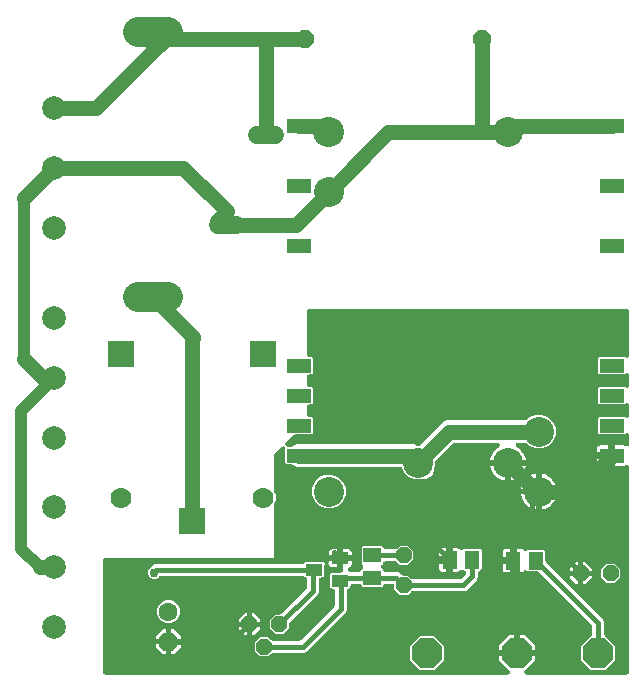
<source format=gbr>
G04 EAGLE Gerber RS-274X export*
G75*
%MOMM*%
%FSLAX34Y34*%
%LPD*%
%INTop Copper*%
%IPPOS*%
%AMOC8*
5,1,8,0,0,1.08239X$1,22.5*%
G01*
%ADD10P,1.649562X8X202.500000*%
%ADD11C,2.000000*%
%ADD12C,2.540000*%
%ADD13C,1.524000*%
%ADD14C,2.540000*%
%ADD15R,2.184400X2.184400*%
%ADD16C,1.778000*%
%ADD17R,1.400000X1.000000*%
%ADD18R,1.500000X1.300000*%
%ADD19P,2.749271X8X22.500000*%
%ADD20P,1.732040X8X292.500000*%
%ADD21C,1.600200*%
%ADD22R,1.300000X1.500000*%
%ADD23R,2.030000X1.200000*%
%ADD24P,1.429621X8X202.500000*%
%ADD25P,1.429621X8X112.500000*%
%ADD26C,0.406400*%
%ADD27C,1.270000*%
%ADD28C,0.152400*%
%ADD29C,0.756400*%
%ADD30C,1.016000*%

G36*
X426941Y10162D02*
X426941Y10162D01*
X426950Y10161D01*
X427143Y10182D01*
X427332Y10201D01*
X427341Y10203D01*
X427350Y10204D01*
X427533Y10262D01*
X427717Y10319D01*
X427725Y10323D01*
X427734Y10326D01*
X427901Y10418D01*
X428071Y10511D01*
X428078Y10516D01*
X428086Y10521D01*
X428233Y10645D01*
X428381Y10768D01*
X428386Y10775D01*
X428393Y10781D01*
X428513Y10933D01*
X428633Y11082D01*
X428637Y11090D01*
X428643Y11097D01*
X428730Y11270D01*
X428818Y11439D01*
X428821Y11448D01*
X428825Y11456D01*
X428877Y11642D01*
X428930Y11826D01*
X428931Y11835D01*
X428933Y11844D01*
X428947Y12037D01*
X428963Y12228D01*
X428962Y12236D01*
X428962Y12245D01*
X428938Y12438D01*
X428916Y12627D01*
X428913Y12636D01*
X428912Y12645D01*
X428851Y12828D01*
X428791Y13010D01*
X428787Y13018D01*
X428784Y13026D01*
X428688Y13193D01*
X428593Y13361D01*
X428587Y13368D01*
X428583Y13375D01*
X428368Y13628D01*
X419734Y22262D01*
X419734Y26036D01*
X434467Y26036D01*
X434485Y26037D01*
X434502Y26036D01*
X434685Y26057D01*
X434867Y26076D01*
X434884Y26081D01*
X434902Y26083D01*
X434980Y26108D01*
X435117Y26069D01*
X435135Y26067D01*
X435152Y26063D01*
X435483Y26036D01*
X450216Y26036D01*
X450216Y22262D01*
X441582Y13628D01*
X441576Y13621D01*
X441569Y13616D01*
X441449Y13466D01*
X441327Y13317D01*
X441323Y13309D01*
X441317Y13302D01*
X441229Y13132D01*
X441138Y12961D01*
X441136Y12952D01*
X441132Y12945D01*
X441078Y12760D01*
X441023Y12575D01*
X441023Y12566D01*
X441020Y12558D01*
X441005Y12366D01*
X440987Y12174D01*
X440988Y12165D01*
X440987Y12156D01*
X441009Y11967D01*
X441030Y11774D01*
X441033Y11765D01*
X441034Y11757D01*
X441094Y11575D01*
X441152Y11390D01*
X441156Y11382D01*
X441159Y11374D01*
X441254Y11205D01*
X441347Y11038D01*
X441353Y11031D01*
X441357Y11023D01*
X441483Y10877D01*
X441607Y10731D01*
X441614Y10725D01*
X441620Y10718D01*
X441772Y10601D01*
X441923Y10481D01*
X441931Y10477D01*
X441938Y10472D01*
X442110Y10386D01*
X442282Y10299D01*
X442291Y10296D01*
X442299Y10292D01*
X442485Y10242D01*
X442670Y10191D01*
X442679Y10190D01*
X442688Y10188D01*
X443018Y10161D01*
X527757Y10161D01*
X527774Y10162D01*
X527791Y10161D01*
X527975Y10182D01*
X528158Y10201D01*
X528174Y10206D01*
X528191Y10208D01*
X528366Y10265D01*
X528543Y10319D01*
X528558Y10327D01*
X528574Y10332D01*
X528735Y10423D01*
X528897Y10511D01*
X528910Y10522D01*
X528925Y10530D01*
X529065Y10651D01*
X529206Y10768D01*
X529217Y10782D01*
X529230Y10793D01*
X529343Y10939D01*
X529458Y11082D01*
X529466Y11097D01*
X529477Y11111D01*
X529559Y11276D01*
X529644Y11439D01*
X529648Y11456D01*
X529656Y11471D01*
X529704Y11649D01*
X529755Y11826D01*
X529756Y11844D01*
X529761Y11860D01*
X529788Y12191D01*
X529881Y185711D01*
X529866Y185857D01*
X529860Y186004D01*
X529846Y186057D01*
X529841Y186112D01*
X529798Y186252D01*
X529763Y186394D01*
X529739Y186444D01*
X529723Y186496D01*
X529653Y186626D01*
X529590Y186758D01*
X529558Y186802D01*
X529531Y186851D01*
X529438Y186963D01*
X529350Y187081D01*
X529309Y187118D01*
X529274Y187160D01*
X529160Y187252D01*
X529050Y187350D01*
X529003Y187378D01*
X528960Y187413D01*
X528830Y187480D01*
X528704Y187555D01*
X528652Y187573D01*
X528603Y187598D01*
X528462Y187639D01*
X528323Y187687D01*
X528269Y187695D01*
X528216Y187710D01*
X528070Y187722D01*
X527924Y187742D01*
X527870Y187738D01*
X527815Y187743D01*
X527669Y187726D01*
X527523Y187717D01*
X527469Y187703D01*
X527415Y187696D01*
X527276Y187651D01*
X527134Y187613D01*
X527077Y187586D01*
X527032Y187572D01*
X526959Y187530D01*
X526834Y187471D01*
X526386Y187212D01*
X525740Y187039D01*
X518254Y187039D01*
X518254Y194612D01*
X518252Y194630D01*
X518254Y194647D01*
X518233Y194830D01*
X518214Y195012D01*
X518209Y195029D01*
X518207Y195047D01*
X518150Y195222D01*
X518096Y195397D01*
X518088Y195413D01*
X518082Y195430D01*
X517998Y195579D01*
X518025Y195633D01*
X518110Y195796D01*
X518115Y195813D01*
X518123Y195829D01*
X518170Y196007D01*
X518221Y196182D01*
X518223Y196200D01*
X518227Y196217D01*
X518254Y196548D01*
X518254Y204121D01*
X525740Y204121D01*
X526386Y203948D01*
X526844Y203683D01*
X526977Y203623D01*
X527106Y203556D01*
X527160Y203540D01*
X527211Y203517D01*
X527353Y203484D01*
X527493Y203444D01*
X527549Y203440D01*
X527603Y203427D01*
X527749Y203423D01*
X527894Y203411D01*
X527950Y203418D01*
X528006Y203416D01*
X528150Y203441D01*
X528294Y203458D01*
X528347Y203475D01*
X528403Y203485D01*
X528539Y203537D01*
X528677Y203582D01*
X528726Y203610D01*
X528778Y203630D01*
X528901Y203708D01*
X529028Y203780D01*
X529070Y203817D01*
X529117Y203847D01*
X529222Y203948D01*
X529333Y204043D01*
X529367Y204087D01*
X529407Y204126D01*
X529490Y204246D01*
X529580Y204361D01*
X529605Y204411D01*
X529636Y204457D01*
X529694Y204591D01*
X529759Y204721D01*
X529774Y204775D01*
X529796Y204827D01*
X529826Y204970D01*
X529864Y205110D01*
X529869Y205174D01*
X529879Y205221D01*
X529880Y205305D01*
X529891Y205441D01*
X529895Y212409D01*
X529894Y212418D01*
X529895Y212427D01*
X529874Y212620D01*
X529855Y212809D01*
X529852Y212818D01*
X529851Y212828D01*
X529793Y213012D01*
X529737Y213194D01*
X529733Y213202D01*
X529730Y213211D01*
X529637Y213379D01*
X529546Y213548D01*
X529540Y213556D01*
X529535Y213564D01*
X529411Y213710D01*
X529288Y213858D01*
X529281Y213864D01*
X529275Y213871D01*
X529124Y213990D01*
X528974Y214110D01*
X528966Y214115D01*
X528959Y214120D01*
X528788Y214207D01*
X528617Y214296D01*
X528608Y214299D01*
X528600Y214303D01*
X528414Y214355D01*
X528230Y214407D01*
X528221Y214408D01*
X528212Y214411D01*
X528019Y214425D01*
X527829Y214441D01*
X527820Y214439D01*
X527810Y214440D01*
X527619Y214416D01*
X527429Y214394D01*
X527420Y214391D01*
X527411Y214390D01*
X527229Y214329D01*
X527046Y214269D01*
X527038Y214265D01*
X527029Y214262D01*
X526863Y214166D01*
X526696Y214072D01*
X526688Y214065D01*
X526680Y214061D01*
X526427Y213846D01*
X526037Y213455D01*
X504473Y213455D01*
X503580Y214348D01*
X503580Y227612D01*
X504473Y228505D01*
X526037Y228505D01*
X526436Y228105D01*
X526443Y228100D01*
X526448Y228093D01*
X526598Y227973D01*
X526748Y227850D01*
X526755Y227846D01*
X526762Y227841D01*
X526933Y227752D01*
X527104Y227661D01*
X527112Y227659D01*
X527119Y227655D01*
X527306Y227601D01*
X527489Y227546D01*
X527498Y227546D01*
X527506Y227543D01*
X527698Y227528D01*
X527890Y227510D01*
X527899Y227511D01*
X527907Y227510D01*
X528097Y227533D01*
X528291Y227553D01*
X528299Y227556D01*
X528307Y227557D01*
X528490Y227616D01*
X528675Y227675D01*
X528682Y227679D01*
X528690Y227682D01*
X528857Y227776D01*
X529027Y227870D01*
X529033Y227875D01*
X529041Y227879D01*
X529186Y228005D01*
X529334Y228130D01*
X529339Y228137D01*
X529345Y228142D01*
X529464Y228295D01*
X529583Y228446D01*
X529587Y228454D01*
X529592Y228460D01*
X529678Y228632D01*
X529766Y228805D01*
X529768Y228813D01*
X529772Y228821D01*
X529821Y229005D01*
X529874Y229193D01*
X529874Y229201D01*
X529877Y229209D01*
X529904Y229540D01*
X529908Y237822D01*
X529907Y237831D01*
X529908Y237841D01*
X529887Y238032D01*
X529869Y238223D01*
X529866Y238232D01*
X529865Y238241D01*
X529807Y238423D01*
X529751Y238608D01*
X529746Y238616D01*
X529743Y238625D01*
X529650Y238793D01*
X529559Y238962D01*
X529553Y238969D01*
X529548Y238977D01*
X529424Y239124D01*
X529302Y239271D01*
X529294Y239277D01*
X529288Y239284D01*
X529137Y239404D01*
X528988Y239524D01*
X528980Y239528D01*
X528972Y239534D01*
X528801Y239621D01*
X528631Y239709D01*
X528621Y239712D01*
X528613Y239716D01*
X528430Y239767D01*
X528244Y239821D01*
X528234Y239822D01*
X528225Y239824D01*
X528034Y239838D01*
X527843Y239854D01*
X527833Y239853D01*
X527824Y239854D01*
X527633Y239830D01*
X527443Y239807D01*
X527434Y239804D01*
X527424Y239803D01*
X527243Y239742D01*
X527060Y239683D01*
X527052Y239678D01*
X527043Y239675D01*
X526876Y239579D01*
X526709Y239485D01*
X526702Y239479D01*
X526694Y239474D01*
X526441Y239259D01*
X526037Y238855D01*
X504473Y238855D01*
X503580Y239748D01*
X503580Y253012D01*
X504473Y253905D01*
X526037Y253905D01*
X526450Y253491D01*
X526456Y253486D01*
X526462Y253480D01*
X526611Y253359D01*
X526761Y253236D01*
X526769Y253232D01*
X526775Y253227D01*
X526946Y253138D01*
X527117Y253048D01*
X527125Y253045D01*
X527133Y253041D01*
X527317Y252988D01*
X527503Y252933D01*
X527511Y252932D01*
X527519Y252930D01*
X527710Y252914D01*
X527904Y252897D01*
X527912Y252897D01*
X527921Y252897D01*
X528111Y252919D01*
X528304Y252940D01*
X528312Y252943D01*
X528321Y252944D01*
X528503Y253003D01*
X528688Y253061D01*
X528695Y253066D01*
X528703Y253068D01*
X528871Y253163D01*
X529040Y253256D01*
X529047Y253262D01*
X529054Y253266D01*
X529200Y253392D01*
X529347Y253517D01*
X529353Y253523D01*
X529359Y253529D01*
X529478Y253682D01*
X529597Y253833D01*
X529601Y253840D01*
X529606Y253847D01*
X529691Y254018D01*
X529779Y254192D01*
X529782Y254200D01*
X529785Y254207D01*
X529835Y254391D01*
X529887Y254580D01*
X529888Y254588D01*
X529890Y254596D01*
X529917Y254927D01*
X529922Y263236D01*
X529921Y263245D01*
X529922Y263254D01*
X529901Y263446D01*
X529882Y263636D01*
X529879Y263645D01*
X529878Y263655D01*
X529821Y263837D01*
X529764Y264021D01*
X529760Y264030D01*
X529757Y264039D01*
X529664Y264206D01*
X529573Y264375D01*
X529567Y264383D01*
X529562Y264391D01*
X529438Y264537D01*
X529315Y264685D01*
X529308Y264691D01*
X529302Y264698D01*
X529150Y264817D01*
X529001Y264937D01*
X528993Y264942D01*
X528986Y264948D01*
X528814Y265035D01*
X528644Y265123D01*
X528635Y265126D01*
X528627Y265130D01*
X528442Y265181D01*
X528257Y265235D01*
X528248Y265235D01*
X528239Y265238D01*
X528046Y265252D01*
X527856Y265268D01*
X527847Y265267D01*
X527837Y265267D01*
X527647Y265243D01*
X527456Y265221D01*
X527447Y265218D01*
X527438Y265217D01*
X527256Y265156D01*
X527073Y265096D01*
X527065Y265092D01*
X527056Y265089D01*
X526890Y264993D01*
X526723Y264899D01*
X526715Y264892D01*
X526707Y264888D01*
X526454Y264673D01*
X526037Y264255D01*
X504473Y264255D01*
X503580Y265148D01*
X503580Y278412D01*
X504473Y279305D01*
X526037Y279305D01*
X526463Y278878D01*
X526470Y278873D01*
X526475Y278866D01*
X526488Y278856D01*
X526499Y278843D01*
X526625Y278746D01*
X526626Y278745D01*
X526775Y278623D01*
X526782Y278619D01*
X526789Y278614D01*
X526808Y278604D01*
X526817Y278597D01*
X526923Y278544D01*
X526961Y278524D01*
X527131Y278434D01*
X527138Y278432D01*
X527146Y278428D01*
X527170Y278421D01*
X527177Y278417D01*
X527255Y278397D01*
X527334Y278374D01*
X527516Y278319D01*
X527525Y278319D01*
X527533Y278316D01*
X527562Y278314D01*
X527566Y278313D01*
X527807Y278293D01*
X527917Y278283D01*
X527926Y278284D01*
X527934Y278283D01*
X528124Y278305D01*
X528318Y278326D01*
X528326Y278329D01*
X528334Y278330D01*
X528516Y278389D01*
X528702Y278448D01*
X528709Y278452D01*
X528717Y278455D01*
X528886Y278550D01*
X529054Y278643D01*
X529060Y278648D01*
X529068Y278652D01*
X529215Y278780D01*
X529361Y278903D01*
X529366Y278910D01*
X529372Y278915D01*
X529491Y279068D01*
X529599Y279205D01*
X529601Y279207D01*
X529610Y279219D01*
X529614Y279227D01*
X529619Y279233D01*
X529705Y279405D01*
X529762Y279517D01*
X529786Y279564D01*
X529787Y279567D01*
X529793Y279578D01*
X529795Y279586D01*
X529799Y279594D01*
X529849Y279779D01*
X529867Y279844D01*
X529898Y279951D01*
X529898Y279956D01*
X529901Y279966D01*
X529901Y279974D01*
X529904Y279982D01*
X529931Y280313D01*
X529951Y317499D01*
X529949Y317517D01*
X529950Y317536D01*
X529929Y317717D01*
X529911Y317900D01*
X529906Y317917D01*
X529903Y317935D01*
X529847Y318110D01*
X529793Y318285D01*
X529784Y318301D01*
X529779Y318318D01*
X529689Y318478D01*
X529602Y318639D01*
X529590Y318653D01*
X529581Y318669D01*
X529461Y318807D01*
X529344Y318948D01*
X529330Y318960D01*
X529318Y318974D01*
X529173Y319086D01*
X529030Y319201D01*
X529014Y319209D01*
X528999Y319220D01*
X528836Y319302D01*
X528673Y319386D01*
X528655Y319391D01*
X528639Y319400D01*
X528462Y319447D01*
X528286Y319498D01*
X528268Y319499D01*
X528250Y319504D01*
X527919Y319531D01*
X259080Y319531D01*
X259062Y319529D01*
X259044Y319531D01*
X258862Y319510D01*
X258679Y319491D01*
X258662Y319486D01*
X258645Y319484D01*
X258470Y319427D01*
X258294Y319373D01*
X258279Y319365D01*
X258262Y319359D01*
X258102Y319269D01*
X257940Y319181D01*
X257927Y319170D01*
X257911Y319161D01*
X257772Y319041D01*
X257631Y318924D01*
X257620Y318910D01*
X257607Y318898D01*
X257494Y318753D01*
X257379Y318610D01*
X257371Y318594D01*
X257360Y318580D01*
X257278Y318415D01*
X257193Y318253D01*
X257188Y318236D01*
X257180Y318220D01*
X257133Y318041D01*
X257082Y317866D01*
X257080Y317848D01*
X257076Y317831D01*
X257049Y317500D01*
X257049Y281336D01*
X257051Y281318D01*
X257049Y281300D01*
X257070Y281118D01*
X257089Y280935D01*
X257094Y280918D01*
X257096Y280901D01*
X257153Y280726D01*
X257207Y280550D01*
X257215Y280535D01*
X257221Y280518D01*
X257312Y280357D01*
X257399Y280196D01*
X257410Y280183D01*
X257419Y280167D01*
X257539Y280028D01*
X257656Y279887D01*
X257670Y279876D01*
X257682Y279862D01*
X257827Y279750D01*
X257970Y279635D01*
X257986Y279627D01*
X258000Y279616D01*
X258165Y279534D01*
X258327Y279449D01*
X258344Y279444D01*
X258361Y279436D01*
X258539Y279389D01*
X258714Y279338D01*
X258732Y279336D01*
X258749Y279332D01*
X259080Y279305D01*
X261337Y279305D01*
X262230Y278412D01*
X262230Y265148D01*
X261337Y264255D01*
X259080Y264255D01*
X259062Y264253D01*
X259044Y264255D01*
X258862Y264234D01*
X258679Y264215D01*
X258662Y264210D01*
X258645Y264208D01*
X258470Y264151D01*
X258294Y264097D01*
X258279Y264089D01*
X258262Y264083D01*
X258102Y263993D01*
X257940Y263905D01*
X257927Y263894D01*
X257911Y263885D01*
X257772Y263765D01*
X257631Y263648D01*
X257620Y263634D01*
X257607Y263622D01*
X257494Y263477D01*
X257379Y263334D01*
X257371Y263318D01*
X257360Y263304D01*
X257278Y263139D01*
X257193Y262977D01*
X257188Y262960D01*
X257180Y262944D01*
X257133Y262765D01*
X257082Y262590D01*
X257080Y262572D01*
X257076Y262555D01*
X257049Y262224D01*
X257049Y255936D01*
X257050Y255921D01*
X257049Y255906D01*
X257049Y255904D01*
X257049Y255900D01*
X257070Y255718D01*
X257089Y255535D01*
X257094Y255518D01*
X257096Y255501D01*
X257153Y255326D01*
X257207Y255150D01*
X257215Y255135D01*
X257221Y255118D01*
X257311Y254958D01*
X257399Y254796D01*
X257410Y254783D01*
X257419Y254767D01*
X257539Y254628D01*
X257656Y254487D01*
X257670Y254476D01*
X257682Y254462D01*
X257827Y254350D01*
X257970Y254235D01*
X257986Y254227D01*
X258000Y254216D01*
X258165Y254134D01*
X258327Y254049D01*
X258344Y254044D01*
X258361Y254036D01*
X258539Y253989D01*
X258714Y253938D01*
X258732Y253936D01*
X258749Y253932D01*
X259080Y253905D01*
X261337Y253905D01*
X262230Y253012D01*
X262230Y239748D01*
X261337Y238855D01*
X259080Y238855D01*
X259062Y238853D01*
X259044Y238855D01*
X258862Y238834D01*
X258679Y238815D01*
X258662Y238810D01*
X258645Y238808D01*
X258470Y238751D01*
X258294Y238697D01*
X258279Y238689D01*
X258262Y238683D01*
X258102Y238593D01*
X257940Y238505D01*
X257927Y238494D01*
X257911Y238485D01*
X257772Y238365D01*
X257631Y238248D01*
X257620Y238234D01*
X257607Y238222D01*
X257494Y238077D01*
X257379Y237934D01*
X257371Y237918D01*
X257360Y237904D01*
X257278Y237739D01*
X257193Y237577D01*
X257188Y237560D01*
X257180Y237544D01*
X257133Y237365D01*
X257082Y237190D01*
X257080Y237172D01*
X257076Y237155D01*
X257049Y236824D01*
X257049Y230536D01*
X257051Y230518D01*
X257049Y230500D01*
X257070Y230318D01*
X257089Y230135D01*
X257094Y230118D01*
X257096Y230101D01*
X257153Y229926D01*
X257207Y229750D01*
X257215Y229735D01*
X257221Y229718D01*
X257311Y229558D01*
X257399Y229396D01*
X257410Y229383D01*
X257419Y229367D01*
X257539Y229228D01*
X257656Y229087D01*
X257670Y229076D01*
X257682Y229062D01*
X257827Y228950D01*
X257970Y228835D01*
X257986Y228827D01*
X258000Y228816D01*
X258165Y228734D01*
X258327Y228649D01*
X258344Y228644D01*
X258361Y228636D01*
X258539Y228589D01*
X258714Y228538D01*
X258732Y228536D01*
X258749Y228532D01*
X259080Y228505D01*
X261337Y228505D01*
X262230Y227612D01*
X262230Y214348D01*
X261337Y213455D01*
X246984Y213455D01*
X246957Y213453D01*
X246931Y213455D01*
X246757Y213433D01*
X246583Y213415D01*
X246558Y213408D01*
X246531Y213404D01*
X246366Y213349D01*
X246198Y213297D01*
X246175Y213284D01*
X246150Y213276D01*
X245998Y213189D01*
X245844Y213105D01*
X245824Y213088D01*
X245801Y213075D01*
X245548Y212860D01*
X239260Y206572D01*
X239254Y206565D01*
X239247Y206560D01*
X239127Y206410D01*
X239005Y206261D01*
X239000Y206253D01*
X238995Y206246D01*
X238906Y206075D01*
X238816Y205905D01*
X238813Y205897D01*
X238809Y205889D01*
X238756Y205703D01*
X238701Y205519D01*
X238700Y205510D01*
X238698Y205502D01*
X238682Y205310D01*
X238665Y205118D01*
X238666Y205109D01*
X238665Y205100D01*
X238687Y204911D01*
X238708Y204718D01*
X238711Y204709D01*
X238712Y204701D01*
X238771Y204519D01*
X238830Y204334D01*
X238834Y204326D01*
X238837Y204318D01*
X238932Y204149D01*
X239025Y203982D01*
X239030Y203975D01*
X239035Y203967D01*
X239161Y203821D01*
X239285Y203675D01*
X239292Y203669D01*
X239298Y203662D01*
X239449Y203545D01*
X239601Y203425D01*
X239609Y203421D01*
X239616Y203416D01*
X239788Y203330D01*
X239960Y203243D01*
X239968Y203240D01*
X239976Y203236D01*
X240163Y203186D01*
X240348Y203135D01*
X240357Y203134D01*
X240365Y203132D01*
X240696Y203105D01*
X243947Y203105D01*
X243973Y203107D01*
X244000Y203105D01*
X244174Y203127D01*
X244347Y203145D01*
X244373Y203152D01*
X244399Y203156D01*
X244565Y203211D01*
X244732Y203263D01*
X244756Y203276D01*
X244781Y203284D01*
X244933Y203371D01*
X245086Y203455D01*
X245107Y203472D01*
X245130Y203485D01*
X245178Y203526D01*
X248685Y204979D01*
X347310Y204979D01*
X349807Y203944D01*
X349837Y203935D01*
X349865Y203921D01*
X350029Y203877D01*
X350192Y203828D01*
X350223Y203825D01*
X350253Y203817D01*
X350584Y203790D01*
X351247Y203790D01*
X351273Y203792D01*
X351300Y203790D01*
X351474Y203812D01*
X351647Y203830D01*
X351673Y203837D01*
X351699Y203841D01*
X351865Y203896D01*
X352032Y203948D01*
X352056Y203961D01*
X352081Y203969D01*
X352233Y204056D01*
X352386Y204140D01*
X352407Y204157D01*
X352430Y204170D01*
X352683Y204385D01*
X372166Y223868D01*
X375620Y225299D01*
X441831Y225299D01*
X441857Y225301D01*
X441884Y225299D01*
X442058Y225321D01*
X442231Y225339D01*
X442257Y225346D01*
X442283Y225350D01*
X442449Y225405D01*
X442616Y225457D01*
X442640Y225470D01*
X442665Y225478D01*
X442817Y225565D01*
X442970Y225649D01*
X442991Y225666D01*
X443014Y225679D01*
X443267Y225894D01*
X445332Y227959D01*
X450560Y230125D01*
X456220Y230125D01*
X461448Y227959D01*
X465449Y223958D01*
X467615Y218730D01*
X467615Y213070D01*
X465449Y207842D01*
X461448Y203841D01*
X456220Y201675D01*
X450560Y201675D01*
X445332Y203841D01*
X443267Y205906D01*
X443246Y205923D01*
X443229Y205944D01*
X443091Y206051D01*
X442955Y206161D01*
X442932Y206174D01*
X442911Y206190D01*
X442754Y206268D01*
X442600Y206350D01*
X442574Y206358D01*
X442550Y206370D01*
X442381Y206415D01*
X442214Y206465D01*
X442187Y206467D01*
X442161Y206474D01*
X441831Y206501D01*
X435883Y206501D01*
X435810Y206494D01*
X435737Y206496D01*
X435610Y206474D01*
X435482Y206461D01*
X435412Y206440D01*
X435340Y206427D01*
X435220Y206381D01*
X435097Y206343D01*
X435033Y206308D01*
X434964Y206282D01*
X434856Y206213D01*
X434743Y206151D01*
X434687Y206105D01*
X434625Y206065D01*
X434533Y205976D01*
X434434Y205894D01*
X434388Y205837D01*
X434335Y205786D01*
X434262Y205680D01*
X434182Y205580D01*
X434148Y205515D01*
X434106Y205455D01*
X434055Y205337D01*
X433996Y205223D01*
X433976Y205152D01*
X433947Y205085D01*
X433920Y204959D01*
X433885Y204836D01*
X433879Y204763D01*
X433864Y204691D01*
X433862Y204563D01*
X433852Y204434D01*
X433860Y204362D01*
X433860Y204288D01*
X433884Y204162D01*
X433899Y204035D01*
X433921Y203965D01*
X433935Y203893D01*
X433984Y203774D01*
X434024Y203652D01*
X434060Y203588D01*
X434087Y203520D01*
X434158Y203413D01*
X434221Y203301D01*
X434269Y203246D01*
X434310Y203185D01*
X434401Y203094D01*
X434485Y202997D01*
X434542Y202952D01*
X434594Y202900D01*
X434734Y202803D01*
X434803Y202750D01*
X434832Y202735D01*
X434867Y202711D01*
X435640Y202264D01*
X437226Y201048D01*
X438638Y199636D01*
X439854Y198050D01*
X440853Y196320D01*
X441618Y194475D01*
X442135Y192545D01*
X442198Y192064D01*
X427623Y192064D01*
X427605Y192062D01*
X427588Y192064D01*
X427405Y192043D01*
X427223Y192024D01*
X427206Y192019D01*
X427188Y192017D01*
X427147Y192004D01*
X427053Y192031D01*
X427035Y192033D01*
X427018Y192037D01*
X426687Y192064D01*
X412112Y192064D01*
X412175Y192545D01*
X412692Y194475D01*
X413457Y196320D01*
X414456Y198050D01*
X415672Y199636D01*
X417084Y201048D01*
X418670Y202264D01*
X419443Y202711D01*
X419502Y202754D01*
X419567Y202789D01*
X419666Y202871D01*
X419770Y202946D01*
X419820Y202999D01*
X419876Y203046D01*
X419957Y203146D01*
X420044Y203241D01*
X420083Y203303D01*
X420128Y203360D01*
X420188Y203474D01*
X420255Y203584D01*
X420280Y203653D01*
X420314Y203717D01*
X420349Y203841D01*
X420394Y203961D01*
X420405Y204034D01*
X420425Y204104D01*
X420436Y204232D01*
X420456Y204359D01*
X420452Y204432D01*
X420458Y204506D01*
X420443Y204633D01*
X420438Y204762D01*
X420420Y204833D01*
X420411Y204905D01*
X420371Y205028D01*
X420341Y205152D01*
X420309Y205219D01*
X420286Y205288D01*
X420223Y205400D01*
X420168Y205516D01*
X420125Y205575D01*
X420089Y205639D01*
X420005Y205736D01*
X419928Y205839D01*
X419873Y205888D01*
X419825Y205944D01*
X419724Y206022D01*
X419628Y206108D01*
X419565Y206145D01*
X419507Y206190D01*
X419392Y206248D01*
X419282Y206313D01*
X419212Y206337D01*
X419147Y206370D01*
X419023Y206403D01*
X418901Y206445D01*
X418829Y206455D01*
X418758Y206474D01*
X418589Y206488D01*
X418502Y206500D01*
X418470Y206498D01*
X418427Y206501D01*
X382224Y206501D01*
X382198Y206499D01*
X382171Y206501D01*
X381997Y206479D01*
X381824Y206461D01*
X381798Y206454D01*
X381772Y206450D01*
X381606Y206395D01*
X381439Y206343D01*
X381415Y206330D01*
X381390Y206322D01*
X381238Y206235D01*
X381085Y206151D01*
X381064Y206134D01*
X381041Y206121D01*
X380788Y205906D01*
X365975Y191093D01*
X365958Y191072D01*
X365937Y191055D01*
X365830Y190917D01*
X365720Y190781D01*
X365707Y190758D01*
X365691Y190737D01*
X365613Y190580D01*
X365531Y190426D01*
X365523Y190400D01*
X365511Y190376D01*
X365466Y190207D01*
X365416Y190040D01*
X365414Y190013D01*
X365407Y189987D01*
X365380Y189657D01*
X365380Y186736D01*
X365153Y186189D01*
X365144Y186159D01*
X365130Y186131D01*
X365086Y185966D01*
X365037Y185804D01*
X365034Y185773D01*
X365026Y185742D01*
X364999Y185412D01*
X364999Y183550D01*
X363568Y180096D01*
X360924Y177452D01*
X357470Y176021D01*
X356033Y176021D01*
X356002Y176018D01*
X355970Y176020D01*
X355801Y175998D01*
X355632Y175981D01*
X355602Y175972D01*
X355571Y175968D01*
X355255Y175867D01*
X353985Y175340D01*
X348325Y175340D01*
X343097Y177506D01*
X339096Y181507D01*
X337679Y184927D01*
X337669Y184947D01*
X337662Y184968D01*
X337574Y185124D01*
X337489Y185282D01*
X337475Y185299D01*
X337464Y185319D01*
X337347Y185454D01*
X337233Y185593D01*
X337215Y185607D01*
X337201Y185624D01*
X337059Y185733D01*
X336920Y185846D01*
X336900Y185857D01*
X336883Y185870D01*
X336722Y185950D01*
X336563Y186033D01*
X336542Y186040D01*
X336522Y186050D01*
X336348Y186096D01*
X336177Y186146D01*
X336155Y186148D01*
X336133Y186154D01*
X335803Y186181D01*
X248685Y186181D01*
X245163Y187640D01*
X245071Y187715D01*
X245048Y187728D01*
X245027Y187744D01*
X244870Y187822D01*
X244716Y187904D01*
X244690Y187912D01*
X244666Y187924D01*
X244497Y187969D01*
X244330Y188019D01*
X244303Y188021D01*
X244277Y188028D01*
X243947Y188055D01*
X239773Y188055D01*
X238880Y188948D01*
X238880Y201289D01*
X238879Y201298D01*
X238880Y201307D01*
X238859Y201500D01*
X238840Y201690D01*
X238838Y201698D01*
X238837Y201707D01*
X238778Y201892D01*
X238722Y202075D01*
X238718Y202082D01*
X238715Y202091D01*
X238622Y202259D01*
X238530Y202429D01*
X238525Y202435D01*
X238520Y202443D01*
X238396Y202590D01*
X238273Y202738D01*
X238266Y202743D01*
X238260Y202750D01*
X238108Y202870D01*
X237959Y202990D01*
X237951Y202994D01*
X237944Y203000D01*
X237771Y203088D01*
X237602Y203176D01*
X237593Y203178D01*
X237585Y203182D01*
X237399Y203234D01*
X237215Y203287D01*
X237206Y203288D01*
X237197Y203290D01*
X237004Y203304D01*
X236813Y203320D01*
X236805Y203319D01*
X236796Y203320D01*
X236603Y203295D01*
X236414Y203273D01*
X236405Y203270D01*
X236396Y203269D01*
X236214Y203208D01*
X236031Y203148D01*
X236023Y203144D01*
X236015Y203141D01*
X235848Y203045D01*
X235680Y202950D01*
X235673Y202945D01*
X235666Y202940D01*
X235413Y202725D01*
X229704Y197016D01*
X229687Y196996D01*
X229667Y196978D01*
X229559Y196840D01*
X229449Y196705D01*
X229436Y196681D01*
X229420Y196660D01*
X229342Y196503D01*
X229260Y196349D01*
X229252Y196324D01*
X229240Y196300D01*
X229195Y196130D01*
X229145Y195963D01*
X229143Y195937D01*
X229136Y195911D01*
X229109Y195580D01*
X229109Y165497D01*
X229112Y165466D01*
X229110Y165435D01*
X229132Y165265D01*
X229149Y165096D01*
X229158Y165066D01*
X229162Y165035D01*
X229263Y164720D01*
X230435Y161892D01*
X230435Y157748D01*
X229263Y154920D01*
X229254Y154891D01*
X229240Y154863D01*
X229196Y154698D01*
X229147Y154535D01*
X229144Y154504D01*
X229136Y154474D01*
X229109Y154143D01*
X229109Y108711D01*
X86360Y108711D01*
X86342Y108709D01*
X86324Y108711D01*
X86142Y108690D01*
X85959Y108671D01*
X85942Y108666D01*
X85925Y108664D01*
X85750Y108607D01*
X85574Y108553D01*
X85559Y108545D01*
X85542Y108539D01*
X85382Y108449D01*
X85220Y108361D01*
X85207Y108350D01*
X85191Y108341D01*
X85052Y108221D01*
X84911Y108104D01*
X84900Y108090D01*
X84887Y108078D01*
X84774Y107933D01*
X84659Y107790D01*
X84651Y107774D01*
X84640Y107760D01*
X84558Y107595D01*
X84473Y107433D01*
X84468Y107416D01*
X84460Y107400D01*
X84413Y107221D01*
X84362Y107046D01*
X84360Y107028D01*
X84356Y107011D01*
X84329Y106680D01*
X84329Y12192D01*
X84331Y12174D01*
X84329Y12156D01*
X84350Y11974D01*
X84369Y11791D01*
X84374Y11774D01*
X84376Y11757D01*
X84433Y11582D01*
X84487Y11406D01*
X84495Y11391D01*
X84501Y11374D01*
X84591Y11214D01*
X84679Y11052D01*
X84690Y11039D01*
X84699Y11023D01*
X84819Y10884D01*
X84936Y10743D01*
X84950Y10732D01*
X84962Y10718D01*
X85107Y10606D01*
X85250Y10491D01*
X85266Y10483D01*
X85280Y10472D01*
X85445Y10390D01*
X85607Y10305D01*
X85624Y10300D01*
X85641Y10292D01*
X85819Y10245D01*
X85994Y10194D01*
X86012Y10192D01*
X86029Y10188D01*
X86360Y10161D01*
X426932Y10161D01*
X426941Y10162D01*
G37*
%LPC*%
G36*
X217613Y25526D02*
X217613Y25526D01*
X212851Y30288D01*
X212851Y37022D01*
X217613Y41784D01*
X224347Y41784D01*
X226800Y39331D01*
X226821Y39314D01*
X226838Y39293D01*
X226976Y39186D01*
X227112Y39076D01*
X227135Y39063D01*
X227156Y39047D01*
X227313Y38969D01*
X227467Y38887D01*
X227493Y38879D01*
X227517Y38867D01*
X227686Y38822D01*
X227853Y38772D01*
X227880Y38770D01*
X227906Y38763D01*
X228236Y38736D01*
X250419Y38736D01*
X250446Y38738D01*
X250472Y38736D01*
X250646Y38758D01*
X250820Y38776D01*
X250845Y38783D01*
X250872Y38787D01*
X251038Y38842D01*
X251205Y38894D01*
X251228Y38907D01*
X251254Y38915D01*
X251405Y39002D01*
X251559Y39086D01*
X251579Y39103D01*
X251602Y39116D01*
X251855Y39331D01*
X280074Y67550D01*
X280091Y67570D01*
X280112Y67588D01*
X280219Y67726D01*
X280329Y67861D01*
X280342Y67885D01*
X280358Y67906D01*
X280436Y68063D01*
X280518Y68217D01*
X280526Y68242D01*
X280538Y68266D01*
X280583Y68436D01*
X280633Y68603D01*
X280635Y68629D01*
X280642Y68655D01*
X280669Y68986D01*
X280669Y81004D01*
X280667Y81022D01*
X280669Y81040D01*
X280648Y81222D01*
X280629Y81405D01*
X280624Y81422D01*
X280622Y81439D01*
X280565Y81614D01*
X280511Y81790D01*
X280503Y81805D01*
X280497Y81822D01*
X280407Y81982D01*
X280319Y82144D01*
X280308Y82157D01*
X280299Y82173D01*
X280179Y82312D01*
X280062Y82453D01*
X280048Y82464D01*
X280036Y82478D01*
X279891Y82590D01*
X279748Y82705D01*
X279732Y82713D01*
X279718Y82724D01*
X279553Y82806D01*
X279391Y82891D01*
X279374Y82896D01*
X279358Y82904D01*
X279179Y82951D01*
X279004Y83002D01*
X278986Y83004D01*
X278969Y83008D01*
X278638Y83035D01*
X277688Y83035D01*
X276795Y83928D01*
X276795Y95192D01*
X277688Y96085D01*
X283818Y96085D01*
X283845Y96087D01*
X283871Y96085D01*
X284045Y96107D01*
X284219Y96125D01*
X284244Y96132D01*
X284271Y96136D01*
X284437Y96191D01*
X284604Y96243D01*
X284627Y96256D01*
X284653Y96264D01*
X284694Y96288D01*
X286682Y97111D01*
X286686Y97113D01*
X286690Y97115D01*
X286862Y97208D01*
X287037Y97302D01*
X287040Y97304D01*
X287044Y97307D01*
X287193Y97431D01*
X287347Y97558D01*
X287350Y97561D01*
X287353Y97564D01*
X287476Y97717D01*
X287601Y97871D01*
X287603Y97875D01*
X287606Y97878D01*
X287695Y98050D01*
X287788Y98227D01*
X287789Y98231D01*
X287791Y98235D01*
X287845Y98422D01*
X287901Y98614D01*
X287901Y98618D01*
X287903Y98622D01*
X287919Y98817D01*
X287936Y99015D01*
X287935Y99019D01*
X287936Y99024D01*
X287913Y99218D01*
X287891Y99415D01*
X287889Y99419D01*
X287889Y99423D01*
X287828Y99609D01*
X287819Y99637D01*
X287819Y106061D01*
X294861Y106061D01*
X294861Y103225D01*
X294688Y102579D01*
X294353Y102000D01*
X293880Y101527D01*
X293301Y101192D01*
X293232Y101174D01*
X293104Y101126D01*
X292972Y101085D01*
X292916Y101055D01*
X292855Y101032D01*
X292739Y100959D01*
X292618Y100893D01*
X292569Y100852D01*
X292514Y100818D01*
X292414Y100724D01*
X292309Y100636D01*
X292269Y100586D01*
X292222Y100541D01*
X292143Y100429D01*
X292057Y100322D01*
X292027Y100265D01*
X291990Y100212D01*
X291934Y100086D01*
X291871Y99965D01*
X291853Y99903D01*
X291827Y99844D01*
X291798Y99710D01*
X291760Y99578D01*
X291754Y99514D01*
X291741Y99451D01*
X291738Y99313D01*
X291727Y99176D01*
X291734Y99113D01*
X291733Y99048D01*
X291758Y98913D01*
X291774Y98777D01*
X291794Y98715D01*
X291805Y98652D01*
X291856Y98525D01*
X291899Y98394D01*
X291930Y98338D01*
X291954Y98278D01*
X292029Y98163D01*
X292096Y98043D01*
X292139Y97994D01*
X292174Y97941D01*
X292270Y97842D01*
X292360Y97738D01*
X292410Y97699D01*
X292455Y97653D01*
X292569Y97576D01*
X292678Y97492D01*
X292735Y97463D01*
X292789Y97427D01*
X292915Y97374D01*
X293038Y97312D01*
X293100Y97296D01*
X293160Y97271D01*
X293294Y97244D01*
X293427Y97208D01*
X293501Y97202D01*
X293554Y97191D01*
X293634Y97191D01*
X293758Y97181D01*
X301364Y97181D01*
X301382Y97183D01*
X301400Y97181D01*
X301582Y97202D01*
X301765Y97221D01*
X301782Y97226D01*
X301799Y97228D01*
X301974Y97285D01*
X302150Y97339D01*
X302165Y97347D01*
X302182Y97353D01*
X302342Y97443D01*
X302504Y97531D01*
X302517Y97542D01*
X302533Y97551D01*
X302672Y97671D01*
X302813Y97788D01*
X302824Y97802D01*
X302838Y97814D01*
X302950Y97959D01*
X303065Y98102D01*
X303073Y98118D01*
X303084Y98132D01*
X303166Y98297D01*
X303251Y98459D01*
X303256Y98476D01*
X303264Y98492D01*
X303311Y98671D01*
X303362Y98846D01*
X303364Y98864D01*
X303368Y98881D01*
X303395Y99212D01*
X303395Y99232D01*
X304327Y100164D01*
X304339Y100177D01*
X304352Y100189D01*
X304467Y100334D01*
X304582Y100475D01*
X304591Y100491D01*
X304602Y100505D01*
X304685Y100669D01*
X304771Y100831D01*
X304776Y100848D01*
X304784Y100864D01*
X304834Y101041D01*
X304886Y101217D01*
X304887Y101235D01*
X304892Y101252D01*
X304906Y101435D01*
X304922Y101618D01*
X304920Y101636D01*
X304922Y101653D01*
X304899Y101835D01*
X304879Y102018D01*
X304873Y102035D01*
X304871Y102053D01*
X304813Y102226D01*
X304757Y102402D01*
X304749Y102418D01*
X304743Y102434D01*
X304652Y102593D01*
X304563Y102754D01*
X304551Y102768D01*
X304542Y102783D01*
X304327Y103036D01*
X303395Y103968D01*
X303395Y118232D01*
X304288Y119125D01*
X320552Y119125D01*
X321445Y118232D01*
X321445Y118212D01*
X321447Y118194D01*
X321445Y118176D01*
X321466Y117994D01*
X321485Y117811D01*
X321490Y117794D01*
X321492Y117777D01*
X321549Y117602D01*
X321603Y117426D01*
X321611Y117411D01*
X321617Y117394D01*
X321707Y117234D01*
X321795Y117072D01*
X321806Y117059D01*
X321815Y117043D01*
X321935Y116904D01*
X322052Y116763D01*
X322066Y116752D01*
X322078Y116738D01*
X322223Y116626D01*
X322366Y116511D01*
X322382Y116503D01*
X322396Y116492D01*
X322561Y116410D01*
X322723Y116325D01*
X322740Y116320D01*
X322756Y116312D01*
X322935Y116265D01*
X323110Y116214D01*
X323128Y116212D01*
X323145Y116208D01*
X323476Y116181D01*
X331809Y116181D01*
X331835Y116183D01*
X331862Y116181D01*
X332036Y116203D01*
X332209Y116221D01*
X332235Y116228D01*
X332261Y116232D01*
X332427Y116288D01*
X332594Y116339D01*
X332618Y116352D01*
X332643Y116360D01*
X332795Y116447D01*
X332948Y116531D01*
X332969Y116548D01*
X332992Y116561D01*
X333245Y116776D01*
X335723Y119254D01*
X342457Y119254D01*
X347219Y114492D01*
X347219Y107758D01*
X342457Y102996D01*
X335723Y102996D01*
X333295Y105424D01*
X333274Y105441D01*
X333257Y105462D01*
X333119Y105569D01*
X332983Y105679D01*
X332960Y105692D01*
X332939Y105708D01*
X332782Y105786D01*
X332628Y105868D01*
X332602Y105876D01*
X332578Y105888D01*
X332409Y105933D01*
X332242Y105983D01*
X332215Y105985D01*
X332189Y105992D01*
X331859Y106019D01*
X323476Y106019D01*
X323458Y106017D01*
X323440Y106019D01*
X323258Y105998D01*
X323075Y105979D01*
X323058Y105974D01*
X323041Y105972D01*
X322866Y105915D01*
X322690Y105861D01*
X322675Y105853D01*
X322658Y105847D01*
X322498Y105757D01*
X322336Y105669D01*
X322323Y105658D01*
X322307Y105649D01*
X322168Y105529D01*
X322027Y105412D01*
X322016Y105398D01*
X322002Y105386D01*
X321890Y105241D01*
X321775Y105098D01*
X321767Y105082D01*
X321756Y105068D01*
X321674Y104903D01*
X321589Y104741D01*
X321584Y104724D01*
X321576Y104708D01*
X321529Y104529D01*
X321478Y104354D01*
X321476Y104336D01*
X321472Y104319D01*
X321445Y103988D01*
X321445Y103968D01*
X320513Y103036D01*
X320501Y103022D01*
X320488Y103011D01*
X320374Y102867D01*
X320258Y102725D01*
X320249Y102709D01*
X320238Y102695D01*
X320155Y102531D01*
X320069Y102369D01*
X320064Y102352D01*
X320056Y102336D01*
X320006Y102159D01*
X319954Y101983D01*
X319953Y101965D01*
X319948Y101948D01*
X319934Y101765D01*
X319918Y101582D01*
X319920Y101564D01*
X319918Y101547D01*
X319941Y101365D01*
X319961Y101182D01*
X319967Y101165D01*
X319969Y101147D01*
X320027Y100973D01*
X320083Y100798D01*
X320091Y100782D01*
X320097Y100766D01*
X320189Y100607D01*
X320277Y100446D01*
X320289Y100432D01*
X320298Y100417D01*
X320513Y100164D01*
X321445Y99232D01*
X321445Y99212D01*
X321447Y99194D01*
X321445Y99176D01*
X321466Y98994D01*
X321485Y98811D01*
X321490Y98794D01*
X321492Y98777D01*
X321549Y98602D01*
X321603Y98426D01*
X321611Y98411D01*
X321617Y98394D01*
X321707Y98234D01*
X321795Y98072D01*
X321806Y98059D01*
X321815Y98043D01*
X321935Y97904D01*
X322052Y97763D01*
X322066Y97752D01*
X322078Y97738D01*
X322223Y97626D01*
X322366Y97511D01*
X322382Y97503D01*
X322396Y97492D01*
X322561Y97410D01*
X322723Y97325D01*
X322740Y97320D01*
X322756Y97312D01*
X322935Y97265D01*
X323110Y97214D01*
X323128Y97212D01*
X323145Y97208D01*
X323476Y97181D01*
X333726Y97181D01*
X335593Y96407D01*
X337552Y94449D01*
X337572Y94432D01*
X337590Y94411D01*
X337728Y94304D01*
X337863Y94194D01*
X337887Y94181D01*
X337908Y94165D01*
X338064Y94087D01*
X338219Y94005D01*
X338244Y93997D01*
X338268Y93985D01*
X338437Y93940D01*
X338605Y93890D01*
X338631Y93888D01*
X338657Y93881D01*
X338988Y93854D01*
X342457Y93854D01*
X344910Y91401D01*
X344931Y91384D01*
X344948Y91363D01*
X345086Y91256D01*
X345222Y91146D01*
X345245Y91133D01*
X345266Y91117D01*
X345423Y91039D01*
X345577Y90957D01*
X345603Y90949D01*
X345627Y90937D01*
X345796Y90892D01*
X345963Y90842D01*
X345990Y90840D01*
X346016Y90833D01*
X346346Y90806D01*
X386309Y90806D01*
X386336Y90808D01*
X386362Y90806D01*
X386536Y90828D01*
X386710Y90846D01*
X386735Y90853D01*
X386762Y90857D01*
X386927Y90912D01*
X387095Y90964D01*
X387118Y90977D01*
X387144Y90985D01*
X387295Y91072D01*
X387449Y91156D01*
X387469Y91173D01*
X387492Y91186D01*
X387745Y91401D01*
X391167Y94823D01*
X391173Y94830D01*
X391180Y94835D01*
X391300Y94985D01*
X391423Y95134D01*
X391427Y95142D01*
X391432Y95149D01*
X391521Y95319D01*
X391611Y95490D01*
X391614Y95499D01*
X391618Y95506D01*
X391671Y95691D01*
X391726Y95876D01*
X391727Y95885D01*
X391729Y95893D01*
X391745Y96082D01*
X391762Y96277D01*
X391761Y96286D01*
X391762Y96295D01*
X391740Y96483D01*
X391719Y96677D01*
X391716Y96686D01*
X391715Y96694D01*
X391656Y96876D01*
X391597Y97061D01*
X391593Y97069D01*
X391590Y97077D01*
X391495Y97246D01*
X391403Y97413D01*
X391397Y97420D01*
X391392Y97428D01*
X391267Y97573D01*
X391142Y97720D01*
X391135Y97726D01*
X391129Y97733D01*
X390978Y97850D01*
X390826Y97970D01*
X390818Y97974D01*
X390811Y97979D01*
X390639Y98065D01*
X390467Y98152D01*
X390459Y98155D01*
X390451Y98159D01*
X390265Y98209D01*
X390079Y98260D01*
X390070Y98261D01*
X390062Y98263D01*
X389731Y98290D01*
X389718Y98290D01*
X389489Y98520D01*
X389425Y98572D01*
X389368Y98631D01*
X389270Y98699D01*
X389177Y98775D01*
X389105Y98814D01*
X389037Y98860D01*
X388927Y98908D01*
X388821Y98964D01*
X388743Y98987D01*
X388667Y99020D01*
X388550Y99044D01*
X388436Y99078D01*
X388353Y99086D01*
X388273Y99103D01*
X388154Y99104D01*
X388035Y99115D01*
X387953Y99106D01*
X387870Y99107D01*
X387753Y99084D01*
X387634Y99071D01*
X387556Y99047D01*
X387475Y99031D01*
X387364Y98986D01*
X387250Y98950D01*
X387178Y98910D01*
X387102Y98879D01*
X387003Y98813D01*
X386898Y98755D01*
X386835Y98702D01*
X386767Y98656D01*
X386682Y98572D01*
X386591Y98495D01*
X386540Y98430D01*
X386482Y98372D01*
X386441Y98313D01*
X385910Y97782D01*
X385331Y97447D01*
X384685Y97274D01*
X381099Y97274D01*
X381099Y106097D01*
X381097Y106115D01*
X381099Y106132D01*
X381078Y106314D01*
X381059Y106497D01*
X381054Y106514D01*
X381052Y106532D01*
X380995Y106706D01*
X380941Y106882D01*
X380933Y106898D01*
X380927Y106915D01*
X380837Y107075D01*
X380749Y107236D01*
X380738Y107250D01*
X380729Y107266D01*
X380684Y107318D01*
X380769Y107423D01*
X380777Y107439D01*
X380788Y107453D01*
X380870Y107618D01*
X380955Y107781D01*
X380960Y107798D01*
X380968Y107814D01*
X381015Y107992D01*
X381066Y108167D01*
X381068Y108185D01*
X381072Y108202D01*
X381099Y108533D01*
X381099Y117356D01*
X384685Y117356D01*
X385331Y117183D01*
X385910Y116848D01*
X386461Y116297D01*
X386528Y116204D01*
X386588Y116148D01*
X386641Y116085D01*
X386735Y116011D01*
X386823Y115930D01*
X386893Y115887D01*
X386957Y115835D01*
X387064Y115781D01*
X387166Y115719D01*
X387243Y115690D01*
X387316Y115653D01*
X387432Y115621D01*
X387543Y115580D01*
X387625Y115567D01*
X387704Y115545D01*
X387823Y115536D01*
X387941Y115518D01*
X388024Y115522D01*
X388106Y115516D01*
X388224Y115531D01*
X388344Y115536D01*
X388423Y115556D01*
X388505Y115566D01*
X388618Y115604D01*
X388734Y115633D01*
X388809Y115668D01*
X388887Y115694D01*
X388990Y115754D01*
X389098Y115805D01*
X389164Y115854D01*
X389236Y115895D01*
X389352Y115994D01*
X389421Y116046D01*
X389448Y116076D01*
X389489Y116110D01*
X389718Y116340D01*
X403982Y116340D01*
X404875Y115447D01*
X404875Y99183D01*
X403981Y98290D01*
X403969Y98288D01*
X403951Y98290D01*
X403769Y98269D01*
X403586Y98250D01*
X403569Y98245D01*
X403552Y98243D01*
X403377Y98186D01*
X403201Y98132D01*
X403186Y98124D01*
X403169Y98118D01*
X403009Y98028D01*
X402847Y97940D01*
X402834Y97929D01*
X402818Y97920D01*
X402679Y97800D01*
X402538Y97683D01*
X402527Y97669D01*
X402513Y97657D01*
X402401Y97512D01*
X402286Y97369D01*
X402278Y97353D01*
X402267Y97339D01*
X402185Y97174D01*
X402100Y97012D01*
X402095Y96995D01*
X402087Y96979D01*
X402040Y96800D01*
X401989Y96625D01*
X401987Y96607D01*
X401983Y96590D01*
X401956Y96259D01*
X401956Y92334D01*
X401182Y90467D01*
X392133Y81418D01*
X391357Y81096D01*
X390266Y80644D01*
X346346Y80644D01*
X346320Y80642D01*
X346293Y80644D01*
X346119Y80622D01*
X345946Y80604D01*
X345920Y80597D01*
X345894Y80593D01*
X345728Y80538D01*
X345561Y80486D01*
X345537Y80473D01*
X345512Y80465D01*
X345360Y80378D01*
X345207Y80294D01*
X345186Y80277D01*
X345163Y80264D01*
X344910Y80049D01*
X342457Y77596D01*
X335723Y77596D01*
X330961Y82358D01*
X330961Y84988D01*
X330959Y85006D01*
X330961Y85024D01*
X330940Y85206D01*
X330921Y85389D01*
X330916Y85406D01*
X330914Y85423D01*
X330857Y85598D01*
X330803Y85774D01*
X330795Y85789D01*
X330789Y85806D01*
X330699Y85966D01*
X330611Y86128D01*
X330600Y86141D01*
X330591Y86157D01*
X330471Y86296D01*
X330354Y86437D01*
X330340Y86448D01*
X330328Y86462D01*
X330183Y86574D01*
X330040Y86689D01*
X330024Y86697D01*
X330010Y86708D01*
X329845Y86790D01*
X329683Y86875D01*
X329666Y86880D01*
X329650Y86888D01*
X329471Y86935D01*
X329296Y86986D01*
X329278Y86988D01*
X329261Y86992D01*
X328930Y87019D01*
X323476Y87019D01*
X323458Y87017D01*
X323440Y87019D01*
X323258Y86998D01*
X323075Y86979D01*
X323058Y86974D01*
X323041Y86972D01*
X322866Y86915D01*
X322690Y86861D01*
X322675Y86853D01*
X322658Y86847D01*
X322498Y86757D01*
X322336Y86669D01*
X322323Y86658D01*
X322307Y86649D01*
X322168Y86529D01*
X322027Y86412D01*
X322016Y86398D01*
X322002Y86386D01*
X321890Y86241D01*
X321775Y86098D01*
X321767Y86082D01*
X321756Y86068D01*
X321674Y85903D01*
X321589Y85741D01*
X321584Y85724D01*
X321576Y85708D01*
X321529Y85529D01*
X321478Y85354D01*
X321476Y85336D01*
X321472Y85319D01*
X321445Y84988D01*
X321445Y84968D01*
X320552Y84075D01*
X304288Y84075D01*
X303395Y84968D01*
X303395Y84988D01*
X303393Y85006D01*
X303395Y85024D01*
X303374Y85206D01*
X303355Y85389D01*
X303350Y85406D01*
X303348Y85423D01*
X303291Y85598D01*
X303237Y85774D01*
X303229Y85789D01*
X303223Y85806D01*
X303133Y85966D01*
X303045Y86128D01*
X303034Y86141D01*
X303025Y86157D01*
X302905Y86296D01*
X302788Y86437D01*
X302774Y86448D01*
X302762Y86462D01*
X302617Y86574D01*
X302474Y86689D01*
X302458Y86697D01*
X302444Y86708D01*
X302279Y86790D01*
X302117Y86875D01*
X302100Y86880D01*
X302084Y86888D01*
X301905Y86935D01*
X301730Y86986D01*
X301712Y86988D01*
X301695Y86992D01*
X301364Y87019D01*
X295876Y87019D01*
X295858Y87017D01*
X295840Y87019D01*
X295658Y86998D01*
X295475Y86979D01*
X295458Y86974D01*
X295441Y86972D01*
X295266Y86915D01*
X295090Y86861D01*
X295075Y86853D01*
X295058Y86847D01*
X294898Y86757D01*
X294736Y86669D01*
X294723Y86658D01*
X294707Y86649D01*
X294568Y86529D01*
X294427Y86412D01*
X294416Y86398D01*
X294402Y86386D01*
X294290Y86241D01*
X294175Y86098D01*
X294167Y86082D01*
X294156Y86068D01*
X294074Y85903D01*
X293989Y85741D01*
X293984Y85724D01*
X293976Y85708D01*
X293929Y85529D01*
X293878Y85354D01*
X293876Y85336D01*
X293872Y85319D01*
X293845Y84988D01*
X293845Y83928D01*
X292952Y83035D01*
X292862Y83035D01*
X292844Y83033D01*
X292826Y83035D01*
X292644Y83014D01*
X292461Y82995D01*
X292444Y82990D01*
X292427Y82988D01*
X292252Y82931D01*
X292076Y82877D01*
X292061Y82869D01*
X292044Y82863D01*
X291884Y82773D01*
X291722Y82685D01*
X291709Y82674D01*
X291693Y82665D01*
X291554Y82545D01*
X291413Y82428D01*
X291402Y82414D01*
X291388Y82402D01*
X291276Y82257D01*
X291161Y82114D01*
X291153Y82098D01*
X291142Y82084D01*
X291060Y81919D01*
X290975Y81757D01*
X290970Y81740D01*
X290962Y81724D01*
X290915Y81545D01*
X290864Y81370D01*
X290862Y81352D01*
X290858Y81335D01*
X290831Y81004D01*
X290831Y65029D01*
X290057Y63162D01*
X288342Y61447D01*
X257958Y31063D01*
X256243Y29348D01*
X254376Y28574D01*
X228236Y28574D01*
X228210Y28572D01*
X228183Y28574D01*
X228009Y28552D01*
X227836Y28534D01*
X227810Y28527D01*
X227784Y28523D01*
X227618Y28468D01*
X227451Y28416D01*
X227427Y28403D01*
X227402Y28395D01*
X227250Y28308D01*
X227097Y28224D01*
X227076Y28207D01*
X227053Y28194D01*
X226800Y27979D01*
X224347Y25526D01*
X217613Y25526D01*
G37*
%LPD*%
%LPC*%
G36*
X230313Y44576D02*
X230313Y44576D01*
X225551Y49338D01*
X225551Y56072D01*
X230313Y60834D01*
X233782Y60834D01*
X233809Y60836D01*
X233835Y60834D01*
X234009Y60856D01*
X234183Y60874D01*
X234208Y60881D01*
X234235Y60885D01*
X234401Y60941D01*
X234568Y60992D01*
X234591Y61005D01*
X234617Y61013D01*
X234768Y61100D01*
X234922Y61184D01*
X234942Y61201D01*
X234965Y61214D01*
X235218Y61429D01*
X256579Y82790D01*
X256596Y82810D01*
X256617Y82828D01*
X256724Y82966D01*
X256834Y83101D01*
X256847Y83125D01*
X256863Y83146D01*
X256941Y83303D01*
X257023Y83457D01*
X257031Y83482D01*
X257043Y83506D01*
X257088Y83676D01*
X257138Y83843D01*
X257140Y83869D01*
X257147Y83895D01*
X257174Y84226D01*
X257174Y90504D01*
X257172Y90522D01*
X257174Y90540D01*
X257153Y90722D01*
X257134Y90905D01*
X257129Y90922D01*
X257127Y90939D01*
X257070Y91114D01*
X257016Y91290D01*
X257008Y91305D01*
X257002Y91322D01*
X256912Y91482D01*
X256824Y91644D01*
X256813Y91657D01*
X256804Y91673D01*
X256684Y91812D01*
X256567Y91953D01*
X256553Y91964D01*
X256541Y91978D01*
X256396Y92090D01*
X256253Y92205D01*
X256237Y92213D01*
X256223Y92224D01*
X256058Y92306D01*
X255896Y92391D01*
X255879Y92396D01*
X255863Y92404D01*
X255805Y92419D01*
X255474Y92749D01*
X255454Y92766D01*
X255436Y92787D01*
X255298Y92894D01*
X255163Y93004D01*
X255139Y93017D01*
X255118Y93033D01*
X254961Y93111D01*
X254807Y93193D01*
X254782Y93201D01*
X254758Y93213D01*
X254588Y93258D01*
X254421Y93308D01*
X254395Y93310D01*
X254369Y93317D01*
X254038Y93344D01*
X132805Y93344D01*
X132779Y93342D01*
X132752Y93344D01*
X132579Y93322D01*
X132405Y93304D01*
X132379Y93296D01*
X132353Y93293D01*
X132187Y93238D01*
X132020Y93186D01*
X131996Y93173D01*
X131971Y93165D01*
X131819Y93078D01*
X131666Y92994D01*
X131645Y92977D01*
X131622Y92964D01*
X131369Y92749D01*
X130641Y92021D01*
X128691Y91213D01*
X126579Y91213D01*
X124629Y92021D01*
X123136Y93514D01*
X122328Y95464D01*
X122328Y97576D01*
X123136Y99526D01*
X124629Y101019D01*
X124801Y101090D01*
X124829Y101105D01*
X124858Y101115D01*
X125006Y101200D01*
X125156Y101280D01*
X125180Y101300D01*
X125207Y101316D01*
X125460Y101531D01*
X126662Y102732D01*
X128529Y103506D01*
X252768Y103506D01*
X252795Y103508D01*
X252821Y103506D01*
X252995Y103528D01*
X253169Y103546D01*
X253194Y103553D01*
X253221Y103557D01*
X253386Y103612D01*
X253554Y103664D01*
X253577Y103677D01*
X253602Y103685D01*
X253754Y103772D01*
X253908Y103856D01*
X253928Y103873D01*
X253951Y103886D01*
X254204Y104101D01*
X255688Y105585D01*
X270952Y105585D01*
X272312Y104225D01*
X272319Y104219D01*
X272324Y104212D01*
X272474Y104092D01*
X272560Y104021D01*
X272506Y103968D01*
X272402Y103879D01*
X272363Y103828D01*
X272317Y103783D01*
X272240Y103669D01*
X272156Y103561D01*
X272127Y103503D01*
X272091Y103450D01*
X272038Y103323D01*
X271976Y103200D01*
X271960Y103138D01*
X271935Y103079D01*
X271908Y102944D01*
X271872Y102811D01*
X271866Y102738D01*
X271855Y102684D01*
X271855Y102604D01*
X271845Y102481D01*
X271845Y93428D01*
X270952Y92535D01*
X269367Y92535D01*
X269349Y92533D01*
X269331Y92535D01*
X269149Y92514D01*
X268966Y92495D01*
X268949Y92490D01*
X268932Y92488D01*
X268757Y92431D01*
X268581Y92377D01*
X268566Y92369D01*
X268549Y92363D01*
X268389Y92273D01*
X268227Y92185D01*
X268214Y92174D01*
X268198Y92165D01*
X268059Y92045D01*
X267918Y91928D01*
X267907Y91914D01*
X267893Y91902D01*
X267781Y91757D01*
X267666Y91614D01*
X267658Y91598D01*
X267647Y91584D01*
X267565Y91419D01*
X267480Y91257D01*
X267475Y91240D01*
X267467Y91224D01*
X267419Y91045D01*
X267369Y90870D01*
X267367Y90852D01*
X267363Y90835D01*
X267336Y90504D01*
X267336Y80269D01*
X266562Y78402D01*
X242404Y54243D01*
X242402Y54242D01*
X242401Y54241D01*
X242386Y54222D01*
X242366Y54205D01*
X242259Y54067D01*
X242149Y53932D01*
X242136Y53908D01*
X242120Y53887D01*
X242042Y53730D01*
X241960Y53576D01*
X241952Y53551D01*
X241940Y53527D01*
X241895Y53357D01*
X241845Y53190D01*
X241843Y53164D01*
X241836Y53138D01*
X241809Y52807D01*
X241809Y49338D01*
X237047Y44576D01*
X230313Y44576D01*
G37*
%LPD*%
%LPC*%
G36*
X497663Y14350D02*
X497663Y14350D01*
X489330Y22683D01*
X489330Y34467D01*
X497879Y43016D01*
X497896Y43037D01*
X497917Y43054D01*
X498024Y43192D01*
X498134Y43328D01*
X498147Y43351D01*
X498163Y43372D01*
X498241Y43529D01*
X498323Y43683D01*
X498331Y43709D01*
X498343Y43733D01*
X498388Y43902D01*
X498438Y44069D01*
X498440Y44096D01*
X498447Y44122D01*
X498474Y44452D01*
X498474Y51004D01*
X498472Y51031D01*
X498474Y51057D01*
X498452Y51231D01*
X498434Y51405D01*
X498427Y51430D01*
X498423Y51457D01*
X498368Y51623D01*
X498316Y51790D01*
X498303Y51813D01*
X498295Y51839D01*
X498208Y51990D01*
X498124Y52144D01*
X498107Y52164D01*
X498094Y52187D01*
X497879Y52440D01*
X453259Y97060D01*
X453239Y97077D01*
X453221Y97098D01*
X453083Y97205D01*
X452948Y97315D01*
X452924Y97328D01*
X452903Y97344D01*
X452746Y97422D01*
X452592Y97504D01*
X452567Y97512D01*
X452543Y97524D01*
X452373Y97569D01*
X452206Y97619D01*
X452180Y97621D01*
X452154Y97628D01*
X451823Y97655D01*
X443693Y97655D01*
X443464Y97885D01*
X443400Y97937D01*
X443343Y97996D01*
X443245Y98064D01*
X443152Y98140D01*
X443080Y98179D01*
X443012Y98225D01*
X442902Y98273D01*
X442796Y98329D01*
X442718Y98352D01*
X442642Y98385D01*
X442525Y98409D01*
X442411Y98443D01*
X442328Y98451D01*
X442248Y98468D01*
X442129Y98469D01*
X442010Y98480D01*
X441928Y98471D01*
X441845Y98472D01*
X441728Y98449D01*
X441609Y98436D01*
X441531Y98412D01*
X441450Y98396D01*
X441339Y98351D01*
X441225Y98315D01*
X441153Y98275D01*
X441077Y98244D01*
X440978Y98178D01*
X440873Y98120D01*
X440810Y98067D01*
X440742Y98021D01*
X440657Y97937D01*
X440566Y97860D01*
X440515Y97795D01*
X440457Y97737D01*
X440416Y97678D01*
X439885Y97147D01*
X439306Y96812D01*
X438660Y96639D01*
X435074Y96639D01*
X435074Y105462D01*
X435072Y105480D01*
X435074Y105497D01*
X435053Y105680D01*
X435034Y105862D01*
X435029Y105879D01*
X435027Y105897D01*
X434970Y106072D01*
X434916Y106247D01*
X434908Y106263D01*
X434902Y106280D01*
X434812Y106440D01*
X434724Y106601D01*
X434713Y106615D01*
X434704Y106631D01*
X434659Y106683D01*
X434744Y106788D01*
X434752Y106804D01*
X434763Y106818D01*
X434845Y106983D01*
X434930Y107146D01*
X434935Y107163D01*
X434943Y107179D01*
X434990Y107357D01*
X435041Y107532D01*
X435043Y107550D01*
X435047Y107567D01*
X435074Y107898D01*
X435074Y116721D01*
X438660Y116721D01*
X439306Y116548D01*
X439885Y116213D01*
X440436Y115662D01*
X440503Y115569D01*
X440563Y115513D01*
X440616Y115450D01*
X440710Y115376D01*
X440798Y115295D01*
X440868Y115252D01*
X440932Y115200D01*
X441039Y115146D01*
X441141Y115084D01*
X441218Y115055D01*
X441291Y115018D01*
X441407Y114986D01*
X441518Y114945D01*
X441600Y114932D01*
X441679Y114910D01*
X441798Y114901D01*
X441916Y114883D01*
X441999Y114887D01*
X442081Y114881D01*
X442199Y114896D01*
X442319Y114901D01*
X442398Y114921D01*
X442480Y114931D01*
X442593Y114969D01*
X442709Y114998D01*
X442784Y115033D01*
X442862Y115059D01*
X442965Y115119D01*
X443073Y115170D01*
X443139Y115219D01*
X443211Y115260D01*
X443327Y115359D01*
X443396Y115411D01*
X443423Y115441D01*
X443464Y115475D01*
X443693Y115705D01*
X457957Y115705D01*
X458850Y114812D01*
X458850Y106682D01*
X458852Y106655D01*
X458850Y106629D01*
X458872Y106455D01*
X458890Y106281D01*
X458897Y106256D01*
X458901Y106229D01*
X458957Y106063D01*
X459008Y105896D01*
X459021Y105873D01*
X459029Y105847D01*
X459116Y105696D01*
X459200Y105542D01*
X459217Y105522D01*
X459230Y105499D01*
X459445Y105246D01*
X507862Y56828D01*
X508636Y54961D01*
X508636Y44452D01*
X508638Y44426D01*
X508636Y44399D01*
X508658Y44225D01*
X508676Y44052D01*
X508683Y44026D01*
X508687Y44000D01*
X508743Y43834D01*
X508794Y43667D01*
X508807Y43643D01*
X508815Y43618D01*
X508902Y43466D01*
X508986Y43313D01*
X509003Y43292D01*
X509016Y43269D01*
X509231Y43016D01*
X517780Y34467D01*
X517780Y22683D01*
X509447Y14350D01*
X497663Y14350D01*
G37*
%LPD*%
%LPC*%
G36*
X352883Y14350D02*
X352883Y14350D01*
X344550Y22683D01*
X344550Y34467D01*
X352883Y42800D01*
X364667Y42800D01*
X373000Y34467D01*
X373000Y22683D01*
X364667Y14350D01*
X352883Y14350D01*
G37*
%LPD*%
%LPC*%
G36*
X272760Y150875D02*
X272760Y150875D01*
X267532Y153041D01*
X263531Y157042D01*
X261365Y162270D01*
X261365Y167930D01*
X263531Y173158D01*
X267532Y177159D01*
X271765Y178912D01*
X271765Y178913D01*
X272760Y179325D01*
X278420Y179325D01*
X283648Y177159D01*
X287649Y173158D01*
X289815Y167930D01*
X289815Y162270D01*
X287649Y157042D01*
X283648Y153041D01*
X278420Y150875D01*
X272760Y150875D01*
G37*
%LPD*%
%LPC*%
G36*
X137805Y53974D02*
X137805Y53974D01*
X134304Y55424D01*
X131624Y58104D01*
X130174Y61605D01*
X130174Y65395D01*
X131624Y68896D01*
X134304Y71576D01*
X137805Y73026D01*
X141595Y73026D01*
X145096Y71576D01*
X147776Y68896D01*
X149226Y65395D01*
X149226Y61605D01*
X147776Y58104D01*
X145096Y55424D01*
X143323Y54690D01*
X141595Y53974D01*
X137805Y53974D01*
G37*
%LPD*%
%LPC*%
G36*
X510983Y87756D02*
X510983Y87756D01*
X506221Y92518D01*
X506221Y99252D01*
X510983Y104014D01*
X517717Y104014D01*
X522479Y99252D01*
X522479Y92518D01*
X517717Y87756D01*
X510983Y87756D01*
G37*
%LPD*%
%LPC*%
G36*
X437514Y31114D02*
X437514Y31114D01*
X437514Y43816D01*
X441288Y43816D01*
X450216Y34888D01*
X450216Y31114D01*
X437514Y31114D01*
G37*
%LPD*%
%LPC*%
G36*
X419734Y31114D02*
X419734Y31114D01*
X419734Y34888D01*
X428662Y43816D01*
X432436Y43816D01*
X432436Y31114D01*
X419734Y31114D01*
G37*
%LPD*%
%LPC*%
G36*
X455889Y167599D02*
X455889Y167599D01*
X455889Y180143D01*
X456370Y180080D01*
X458300Y179563D01*
X460145Y178798D01*
X461875Y177799D01*
X463461Y176583D01*
X464873Y175171D01*
X466089Y173585D01*
X467088Y171855D01*
X467853Y170010D01*
X468370Y168080D01*
X468433Y167599D01*
X455889Y167599D01*
G37*
%LPD*%
%LPC*%
G36*
X429654Y187066D02*
X429654Y187066D01*
X442198Y187066D01*
X442135Y186585D01*
X441618Y184655D01*
X440853Y182810D01*
X439854Y181080D01*
X438638Y179494D01*
X437226Y178082D01*
X435640Y176866D01*
X433910Y175867D01*
X432065Y175102D01*
X430135Y174585D01*
X429654Y174522D01*
X429654Y187066D01*
G37*
%LPD*%
%LPC*%
G36*
X438347Y167599D02*
X438347Y167599D01*
X438410Y168080D01*
X438927Y170010D01*
X439692Y171855D01*
X440691Y173585D01*
X441907Y175171D01*
X443319Y176583D01*
X444905Y177799D01*
X446635Y178798D01*
X448480Y179563D01*
X450410Y180080D01*
X450891Y180143D01*
X450891Y167599D01*
X438347Y167599D01*
G37*
%LPD*%
%LPC*%
G36*
X455889Y162601D02*
X455889Y162601D01*
X468433Y162601D01*
X468370Y162120D01*
X467853Y160190D01*
X467088Y158345D01*
X466089Y156615D01*
X464873Y155029D01*
X463461Y153617D01*
X461875Y152401D01*
X460145Y151402D01*
X458300Y150637D01*
X456370Y150120D01*
X455889Y150057D01*
X455889Y162601D01*
G37*
%LPD*%
%LPC*%
G36*
X424175Y174585D02*
X424175Y174585D01*
X422245Y175102D01*
X420400Y175867D01*
X418670Y176866D01*
X417084Y178082D01*
X415672Y179494D01*
X414456Y181080D01*
X413457Y182810D01*
X412692Y184655D01*
X412175Y186585D01*
X412112Y187066D01*
X424656Y187066D01*
X424656Y174522D01*
X424175Y174585D01*
G37*
%LPD*%
%LPC*%
G36*
X450410Y150120D02*
X450410Y150120D01*
X448480Y150637D01*
X446635Y151402D01*
X444905Y152401D01*
X443319Y153617D01*
X441907Y155029D01*
X440691Y156615D01*
X439692Y158345D01*
X438927Y160190D01*
X438410Y162120D01*
X438347Y162601D01*
X450891Y162601D01*
X450891Y150057D01*
X450410Y150120D01*
G37*
%LPD*%
%LPC*%
G36*
X141731Y40131D02*
X141731Y40131D01*
X141731Y48642D01*
X144067Y48642D01*
X150242Y42467D01*
X150242Y40131D01*
X141731Y40131D01*
G37*
%LPD*%
%LPC*%
G36*
X129158Y40131D02*
X129158Y40131D01*
X129158Y42467D01*
X135333Y48642D01*
X137669Y48642D01*
X137669Y40131D01*
X129158Y40131D01*
G37*
%LPD*%
%LPC*%
G36*
X141731Y27558D02*
X141731Y27558D01*
X141731Y36069D01*
X150242Y36069D01*
X150242Y33733D01*
X144067Y27558D01*
X141731Y27558D01*
G37*
%LPD*%
%LPC*%
G36*
X135333Y27558D02*
X135333Y27558D01*
X129158Y33733D01*
X129158Y36069D01*
X137669Y36069D01*
X137669Y27558D01*
X135333Y27558D01*
G37*
%LPD*%
%LPC*%
G36*
X502564Y198579D02*
X502564Y198579D01*
X502564Y201915D01*
X502737Y202561D01*
X503072Y203140D01*
X503545Y203613D01*
X504124Y203948D01*
X504770Y204121D01*
X512256Y204121D01*
X512256Y198579D01*
X502564Y198579D01*
G37*
%LPD*%
%LPC*%
G36*
X504770Y187039D02*
X504770Y187039D01*
X504124Y187212D01*
X503545Y187547D01*
X503072Y188020D01*
X502737Y188599D01*
X502564Y189245D01*
X502564Y192581D01*
X512256Y192581D01*
X512256Y187039D01*
X504770Y187039D01*
G37*
%LPD*%
%LPC*%
G36*
X422784Y109929D02*
X422784Y109929D01*
X422784Y114515D01*
X422957Y115161D01*
X423292Y115740D01*
X423765Y116213D01*
X424344Y116548D01*
X424990Y116721D01*
X428576Y116721D01*
X428576Y109929D01*
X422784Y109929D01*
G37*
%LPD*%
%LPC*%
G36*
X368809Y110564D02*
X368809Y110564D01*
X368809Y115150D01*
X368982Y115796D01*
X369317Y116375D01*
X369790Y116848D01*
X370369Y117183D01*
X371015Y117356D01*
X374601Y117356D01*
X374601Y110564D01*
X368809Y110564D01*
G37*
%LPD*%
%LPC*%
G36*
X371015Y97274D02*
X371015Y97274D01*
X370369Y97447D01*
X369790Y97782D01*
X369317Y98255D01*
X368982Y98834D01*
X368809Y99480D01*
X368809Y104066D01*
X374601Y104066D01*
X374601Y97274D01*
X371015Y97274D01*
G37*
%LPD*%
%LPC*%
G36*
X424990Y96639D02*
X424990Y96639D01*
X424344Y96812D01*
X423765Y97147D01*
X423292Y97620D01*
X422957Y98199D01*
X422784Y98845D01*
X422784Y103431D01*
X428576Y103431D01*
X428576Y96639D01*
X424990Y96639D01*
G37*
%LPD*%
%LPC*%
G36*
X490981Y97916D02*
X490981Y97916D01*
X490981Y105030D01*
X492738Y105030D01*
X498095Y99673D01*
X498095Y97916D01*
X490981Y97916D01*
G37*
%LPD*%
%LPC*%
G36*
X210311Y54736D02*
X210311Y54736D01*
X210311Y61850D01*
X212068Y61850D01*
X217425Y56493D01*
X217425Y54736D01*
X210311Y54736D01*
G37*
%LPD*%
%LPC*%
G36*
X199135Y54736D02*
X199135Y54736D01*
X199135Y56493D01*
X204492Y61850D01*
X206249Y61850D01*
X206249Y54736D01*
X199135Y54736D01*
G37*
%LPD*%
%LPC*%
G36*
X479805Y97916D02*
X479805Y97916D01*
X479805Y99673D01*
X485162Y105030D01*
X486919Y105030D01*
X486919Y97916D01*
X479805Y97916D01*
G37*
%LPD*%
%LPC*%
G36*
X490981Y86740D02*
X490981Y86740D01*
X490981Y93854D01*
X498095Y93854D01*
X498095Y92097D01*
X492738Y86740D01*
X490981Y86740D01*
G37*
%LPD*%
%LPC*%
G36*
X210311Y43560D02*
X210311Y43560D01*
X210311Y50674D01*
X217425Y50674D01*
X217425Y48917D01*
X212068Y43560D01*
X210311Y43560D01*
G37*
%LPD*%
%LPC*%
G36*
X485162Y86740D02*
X485162Y86740D01*
X479805Y92097D01*
X479805Y93854D01*
X486919Y93854D01*
X486919Y86740D01*
X485162Y86740D01*
G37*
%LPD*%
%LPC*%
G36*
X204492Y43560D02*
X204492Y43560D01*
X199135Y48917D01*
X199135Y50674D01*
X206249Y50674D01*
X206249Y43560D01*
X204492Y43560D01*
G37*
%LPD*%
%LPC*%
G36*
X277985Y101019D02*
X277985Y101019D01*
X277339Y101192D01*
X276760Y101527D01*
X276287Y102000D01*
X275952Y102579D01*
X275838Y103006D01*
X275790Y103135D01*
X275749Y103266D01*
X275719Y103323D01*
X275696Y103383D01*
X275623Y103499D01*
X275557Y103620D01*
X275516Y103670D01*
X275482Y103724D01*
X275388Y103824D01*
X275300Y103929D01*
X275250Y103970D01*
X275205Y104016D01*
X275093Y104096D01*
X275059Y104123D01*
X275062Y104125D01*
X275209Y104250D01*
X275215Y104257D01*
X275222Y104263D01*
X275338Y104413D01*
X275459Y104566D01*
X275463Y104574D01*
X275468Y104581D01*
X275554Y104752D01*
X275641Y104925D01*
X275644Y104933D01*
X275648Y104941D01*
X275698Y105127D01*
X275749Y105313D01*
X275750Y105322D01*
X275752Y105330D01*
X275779Y105661D01*
X275779Y106061D01*
X282821Y106061D01*
X282821Y101019D01*
X277985Y101019D01*
G37*
%LPD*%
%LPC*%
G36*
X287819Y111059D02*
X287819Y111059D01*
X287819Y116101D01*
X292655Y116101D01*
X293301Y115928D01*
X293880Y115593D01*
X294353Y115120D01*
X294688Y114541D01*
X294861Y113895D01*
X294861Y111059D01*
X287819Y111059D01*
G37*
%LPD*%
%LPC*%
G36*
X275779Y111059D02*
X275779Y111059D01*
X275779Y113895D01*
X275952Y114541D01*
X276287Y115120D01*
X276760Y115593D01*
X277339Y115928D01*
X277985Y116101D01*
X282821Y116101D01*
X282821Y111059D01*
X275779Y111059D01*
G37*
%LPD*%
D10*
X405130Y548640D03*
X255270Y548640D03*
D11*
X42930Y388409D03*
X42930Y439209D03*
X42930Y490009D03*
X42930Y210609D03*
X42930Y261409D03*
X42930Y312209D03*
X42930Y50589D03*
X42930Y101389D03*
X42930Y152189D03*
D12*
X114300Y554482D02*
X139700Y554482D01*
X139700Y329438D02*
X114300Y329438D01*
D13*
X214630Y467360D02*
X229870Y467360D01*
X196850Y391160D02*
X181610Y391160D01*
D14*
X275590Y469900D03*
X275590Y419100D03*
X275590Y165100D03*
X453390Y165100D03*
X453390Y215900D03*
D15*
X160020Y139820D03*
X220020Y281820D03*
X100020Y281820D03*
D16*
X100020Y159820D03*
X220020Y159820D03*
D17*
X263320Y99060D03*
X285320Y108560D03*
X285320Y89560D03*
D18*
X312420Y92100D03*
X312420Y111100D03*
D19*
X358775Y28575D03*
X503555Y28575D03*
X434975Y28575D03*
D20*
X139700Y38100D03*
D21*
X139700Y63500D03*
D22*
X450825Y106680D03*
X431825Y106680D03*
D14*
X427155Y469565D03*
X275155Y469565D03*
X427155Y189565D03*
X351155Y189565D03*
D23*
X250555Y474980D03*
X250555Y424180D03*
X250555Y373380D03*
X250555Y271780D03*
X250555Y246380D03*
X250555Y220980D03*
X250555Y195580D03*
X515255Y195580D03*
X515255Y220980D03*
X515255Y246380D03*
X515255Y271780D03*
X515255Y373380D03*
X515255Y424180D03*
X515255Y474980D03*
D22*
X377850Y107315D03*
X396850Y107315D03*
D24*
X514350Y95885D03*
X488950Y95885D03*
X208280Y52705D03*
X220980Y33655D03*
X233680Y52705D03*
D25*
X339090Y85725D03*
X339090Y111125D03*
D26*
X285320Y108560D02*
X279580Y114300D01*
X285320Y108560D02*
X285320Y120220D01*
X294640Y129540D01*
X361950Y129540D01*
X231140Y106680D02*
X208280Y106680D01*
X231140Y106680D02*
X238760Y114300D01*
X238760Y127000D01*
X241300Y129540D01*
X294640Y129540D01*
D27*
X427155Y189565D02*
X451620Y165100D01*
X453390Y165100D01*
X484505Y165100D01*
X514985Y195580D02*
X515255Y195580D01*
X514985Y195580D02*
X484505Y165100D01*
D26*
X431825Y106680D02*
X434975Y103530D01*
X434975Y46990D01*
X434975Y28575D01*
X447356Y136844D02*
X447356Y160836D01*
X451620Y165100D01*
X377850Y107315D02*
X361950Y123215D01*
X361950Y129540D01*
X447356Y136844D02*
X447991Y136844D01*
X488950Y95885D01*
X191135Y38100D02*
X139700Y38100D01*
X191135Y38100D02*
X193040Y36195D01*
X215620Y13615D01*
X193040Y37465D02*
X208280Y52705D01*
D28*
X193040Y37465D02*
X193040Y36195D01*
D26*
X347345Y46990D02*
X434975Y46990D01*
X313970Y13615D02*
X215620Y13615D01*
X313970Y13615D02*
X347345Y46990D01*
X361950Y129540D02*
X429260Y129540D01*
X431825Y126975D02*
X431825Y106680D01*
X431825Y126975D02*
X429260Y129540D01*
X440051Y129540D01*
X447356Y136844D01*
D29*
X127635Y96520D03*
D26*
X129540Y98425D01*
X262255Y98425D01*
X262470Y98210D01*
X262255Y98425D02*
X262255Y81280D01*
X233680Y52705D01*
X287860Y92100D02*
X312420Y92100D01*
X287860Y92100D02*
X285320Y89560D01*
X285750Y66040D02*
X253365Y33655D01*
X285750Y66040D02*
X285750Y89130D01*
X285320Y89560D01*
X393065Y107315D02*
X396850Y107315D01*
X253365Y33655D02*
X220980Y33655D01*
X312420Y92100D02*
X332715Y92100D01*
X339090Y85725D01*
X389255Y85725D02*
X396875Y93345D01*
X396875Y107290D01*
X396850Y107315D01*
X389255Y85725D02*
X339090Y85725D01*
X339065Y111100D02*
X339090Y111125D01*
X339065Y111100D02*
X312420Y111100D01*
D27*
X345440Y195580D02*
X250555Y195580D01*
X345440Y195580D02*
X355600Y185420D01*
X351155Y189565D02*
X377490Y215900D01*
X453390Y215900D01*
D26*
X503555Y53950D02*
X503555Y28575D01*
X503555Y53950D02*
X450825Y106680D01*
D27*
X160020Y139820D02*
X160020Y294640D01*
X160655Y295275D01*
X160655Y295783D01*
X127000Y329438D01*
X250555Y474980D02*
X270510Y474980D01*
X275590Y469900D01*
X78316Y490009D02*
X42930Y490009D01*
X78316Y490009D02*
X78740Y489585D01*
X127000Y537845D02*
X127000Y554482D01*
X127000Y537845D02*
X78740Y489585D01*
X219075Y548640D02*
X255270Y548640D01*
X219075Y548640D02*
X137795Y548640D01*
X127000Y537845D01*
X222250Y545465D02*
X222250Y467360D01*
X222250Y545465D02*
X219075Y548640D01*
X432570Y474980D02*
X515255Y474980D01*
X432570Y474980D02*
X427155Y469565D01*
X42930Y439209D02*
X17272Y413551D01*
D26*
X33231Y261409D02*
X42930Y261409D01*
D30*
X17272Y277368D02*
X17272Y413551D01*
D27*
X17272Y277368D02*
X33231Y261409D01*
D30*
X42930Y261409D02*
X15240Y233719D01*
X15240Y116840D01*
X30691Y101389D01*
D27*
X42930Y101389D01*
X42930Y439209D02*
X152189Y439209D01*
D26*
X152400Y439420D01*
D27*
X189230Y402590D01*
X182245Y391160D02*
X247650Y391160D01*
X182245Y391160D02*
X180975Y392430D01*
X180975Y394335D01*
X189230Y402590D01*
X326073Y469583D02*
X326090Y469565D01*
D28*
X247650Y391160D02*
X189230Y391160D01*
D27*
X247650Y391160D02*
X275590Y419100D01*
X326055Y469565D01*
X326090Y469565D01*
X405130Y469565D02*
X427155Y469565D01*
X405130Y469565D02*
X326090Y469565D01*
X405130Y469565D02*
X405130Y548640D01*
M02*

</source>
